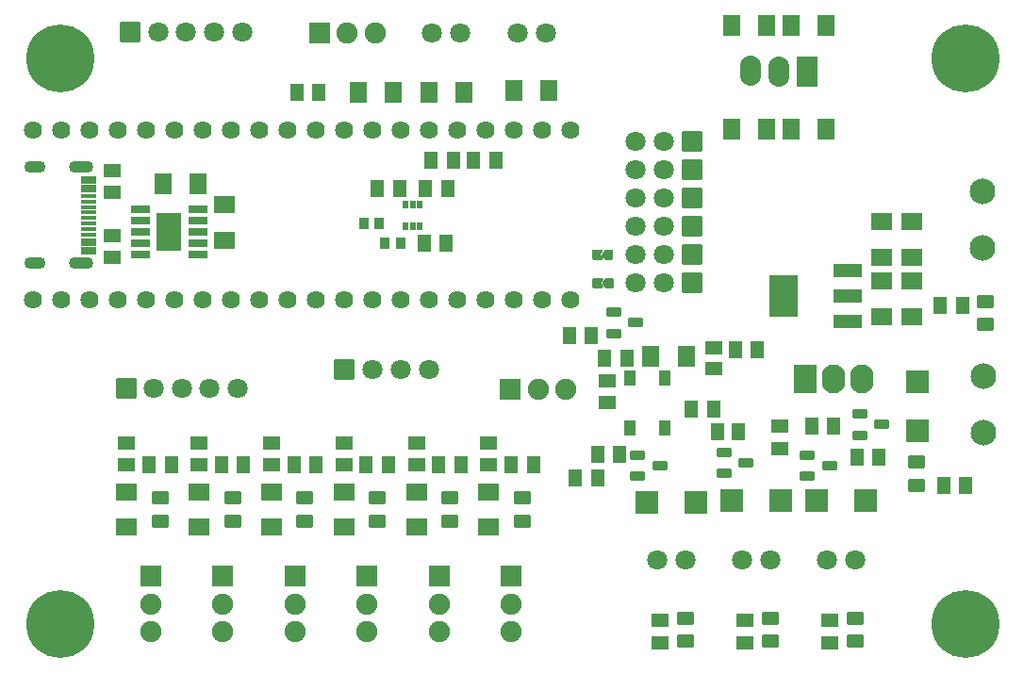
<source format=gts>
G04 Layer: TopSolderMaskLayer*
G04 EasyEDA Pro v2.2.34.8, 2025-01-04 05:44:47*
G04 Gerber Generator version 0.3*
G04 Scale: 100 percent, Rotated: No, Reflected: No*
G04 Dimensions in millimeters*
G04 Leading zeros omitted, absolute positions, 4 integers and 5 decimals*
%FSLAX45Y45*%
%MOMM*%
%AMRoundRect*1,1,$1,$2,$3*1,1,$1,$4,$5*1,1,$1,0-$2,0-$3*1,1,$1,0-$4,0-$5*20,1,$1,$2,$3,$4,$5,0*20,1,$1,$4,$5,0-$2,0-$3,0*20,1,$1,0-$2,0-$3,0-$4,0-$5,0*20,1,$1,0-$4,0-$5,$2,$3,0*4,1,4,$2,$3,$4,$5,0-$2,0-$3,0-$4,0-$5,$2,$3,0*%
%ADD10C,6.10159*%
%ADD11RoundRect,0.09549X-0.74556X0.86705X0.74556X0.86705*%
%ADD12RoundRect,0.09549X0.86705X0.74556X0.86705X-0.74556*%
%ADD13RoundRect,0.09387X-0.69237X-0.57013X-0.69237X0.57013*%
%ADD14RoundRect,0.09387X0.69237X0.57013X0.69237X-0.57013*%
%ADD15RoundRect,0.08838X0.82681X0.28681X0.82681X-0.28681*%
%ADD16RoundRect,0.1038X1.05226X1.65225X1.05226X-1.65225*%
%ADD17RoundRect,0.09749X1.05226X1.65225X1.05226X-1.65225*%
%ADD18RoundRect,0.08752X0.62625X0.30625X0.62625X-0.30625*%
%ADD19RoundRect,0.08002X0.63001X0.16X0.63001X-0.16*%
%ADD20O,2.20002X1.10002*%
%ADD21O,1.90002X1.10002*%
%ADD22C,2.302*%
%ADD23RoundRect,0.09654X-0.85273X0.85273X0.85273X0.85273*%
%ADD24C,1.802*%
%ADD25RoundRect,0.09164X-0.40518X0.45518X0.40518X0.45518*%
%ADD26RoundRect,0.09164X0.40518X-0.45518X-0.40518X-0.45518*%
%ADD27RoundRect,0.09387X-0.57013X0.69237X0.57013X0.69237*%
%ADD28RoundRect,0.09387X0.57013X-0.69237X-0.57013X-0.69237*%
%ADD29RoundRect,0.08533X-0.21833X0.30834X0.21833X0.30834*%
%ADD30RoundRect,0.08533X0.21833X-0.30834X-0.21833X-0.30834*%
%ADD31RoundRect,0.09654X0.85273X-0.85273X-0.85273X-0.85273*%
%ADD32RoundRect,0.09336X-0.70409X-0.50432X-0.70409X0.50432*%
%ADD33RoundRect,0.09549X0.74556X-0.86705X-0.74556X-0.86705*%
%ADD34O,1.902X2.702*%
%ADD35RoundRect,0.09681X0.90259X-1.30259X-0.90259X-1.30259*%
%ADD36O,2.102X2.602*%
%ADD37RoundRect,0.09728X-1.00236X1.25236X1.00236X1.25236*%
%ADD38RoundRect,0.09336X0.70409X0.50432X0.70409X-0.50432*%
%ADD39RoundRect,0.09549X-0.86705X-0.74556X-0.86705X0.74556*%
%ADD40RoundRect,0.0937X-1.23665X0.52915X1.23665X0.52915*%
%ADD41RoundRect,0.0981X-1.23445X1.77195X1.23445X1.77195*%
%ADD42C,1.9016*%
%ADD43RoundRect,0.09645X0.90257X-0.90257X-0.90257X-0.90257*%
%ADD44RoundRect,0.09728X-1.00236X1.00236X1.00236X1.00236*%
%ADD45RoundRect,0.09049X0.63076X-0.35575X-0.63076X-0.35575*%
%ADD46C,1.626*%
%ADD47RoundRect,0.09728X1.00236X1.00236X1.00236X-1.00236*%
%ADD48RoundRect,0.09093X0.45455X0.65455X0.45455X-0.65455*%
%ADD49RoundRect,0.09017X0.63072X-0.35571X-0.63072X-0.35571*%
%ADD50RoundRect,0.09645X-0.90257X-0.90257X-0.90257X0.90257*%
G75*


G04 Pad Start*
G54D10*
G01X8636000Y-508008D03*
G01X8636000Y-5588008D03*
G01X508000Y-5588008D03*
G01X508000Y-508008D03*
G54D11*
G01X1746758Y-1638300D03*
G01X1428242Y-1638300D03*
G54D12*
G01X1981200Y-2140458D03*
G01X1981200Y-1821942D03*
G54D13*
G01X977900Y-2097100D03*
G01X977900Y-2297100D03*
G54D14*
G01X977900Y-1712900D03*
G01X977900Y-1512900D03*
G54D15*
G01X1228903Y-1866298D03*
G01X1228903Y-1966298D03*
G01X1228903Y-2066298D03*
G01X1228903Y-2166295D03*
G01X1228903Y-2266295D03*
G01X1742897Y-2266295D03*
G01X1742897Y-2166295D03*
G01X1742897Y-2066298D03*
G01X1742897Y-1966298D03*
G01X1742897Y-1866298D03*
G54D17*
G01X1485900Y-2066298D03*
G54D18*
G01X760702Y-2237687D03*
G01X760702Y-2157702D03*
G54D19*
G01X760702Y-2092703D03*
G01X760702Y-2042691D03*
G01X760702Y-1992704D03*
G01X760702Y-1942691D03*
G01X760702Y-1892704D03*
G01X760702Y-1842691D03*
G01X760702Y-1792704D03*
G01X760702Y-1742691D03*
G54D18*
G01X760702Y-1677693D03*
G01X760702Y-1597708D03*
G54D20*
G01X698701Y-1485694D03*
G54D21*
G01X280693Y-1485694D03*
G01X280693Y-2349701D03*
G54D20*
G01X698701Y-2349701D03*
G54D22*
G01X8788400Y-1701884D03*
G01X8788400Y-2209884D03*
G01X8801100Y-3365584D03*
G01X8801100Y-3873584D03*
G54D23*
G01X3060700Y-3302008D03*
G54D24*
G01X3314700Y-3301982D03*
G01X3568700Y-3301982D03*
G01X3822700Y-3301982D03*
G54D25*
G01X3372002Y-1993908D03*
G01X3231998Y-1993908D03*
G54D26*
G01X3422498Y-2171692D03*
G01X3562502Y-2171692D03*
G54D27*
G01X3973500Y-2171700D03*
G01X3773500Y-2171700D03*
G54D28*
G01X3356938Y-1676413D03*
G01X3556937Y-1676413D03*
G54D27*
G01X3988737Y-1676413D03*
G01X3788738Y-1676413D03*
G54D29*
G01X3607841Y-2012704D03*
G01X3672840Y-2012704D03*
G01X3737839Y-2012704D03*
G54D30*
G01X3737839Y-1822712D03*
G01X3672840Y-1822712D03*
G01X3607841Y-1822712D03*
G54D31*
G01X6184900Y-1257308D03*
G54D24*
G01X5930900Y-1257308D03*
G01X5676900Y-1257308D03*
G54D31*
G01X6184900Y-2019308D03*
G54D24*
G01X5930900Y-2019308D03*
G01X5676900Y-2019308D03*
G54D31*
G01X6184900Y-1511308D03*
G54D24*
G01X5930900Y-1511308D03*
G01X5676900Y-1511308D03*
G54D31*
G01X6184900Y-1765308D03*
G54D24*
G01X5930900Y-1765308D03*
G01X5676900Y-1765308D03*
G54D32*
G01X7645408Y-5533771D03*
G01X7645408Y-5743829D03*
G54D13*
G01X7416800Y-5554701D03*
G01X7416800Y-5754700D03*
G54D11*
G01X6851849Y-1143283D03*
G01X6533333Y-1143283D03*
G54D33*
G01X7066733Y-216183D03*
G01X7385249Y-216183D03*
G54D11*
G01X7385249Y-1143283D03*
G01X7066733Y-1143283D03*
G01X6851854Y-216183D03*
G01X6533338Y-216183D03*
G54D34*
G01X6959309Y-623091D03*
G01X6705284Y-622101D03*
G54D35*
G01X7213309Y-623091D03*
G54D36*
G01X7454892Y-3390900D03*
G01X7708892Y-3390900D03*
G54D37*
G01X7200892Y-3390900D03*
G54D11*
G01X4134358Y-812800D03*
G01X3815842Y-812800D03*
G54D28*
G01X3837000Y-1422400D03*
G01X4037000Y-1422400D03*
G54D24*
G01X3848100Y-279408D03*
G01X4102100Y-279408D03*
G54D38*
G01X8813792Y-2899029D03*
G01X8813792Y-2688971D03*
G54D12*
G01X8153400Y-2292858D03*
G01X8153400Y-1974342D03*
G54D39*
G01X8153400Y-2507742D03*
G01X8153400Y-2826258D03*
G54D12*
G01X7886700Y-2292858D03*
G01X7886700Y-1974342D03*
G54D39*
G01X7886700Y-2507742D03*
G01X7886700Y-2826258D03*
G54D28*
G01X8409000Y-2730500D03*
G01X8609000Y-2730500D03*
G54D40*
G01X7575550Y-2871605D03*
G01X7575550Y-2641608D03*
G01X7575550Y-2411611D03*
G54D41*
G01X7004050Y-2641608D03*
G54D39*
G01X3704500Y-4400542D03*
G01X3704500Y-4719058D03*
G01X1104900Y-4400042D03*
G01X1104900Y-4718558D03*
G01X1754500Y-4400542D03*
G01X1754500Y-4719058D03*
G01X2404500Y-4400542D03*
G01X2404500Y-4719058D03*
G01X3054500Y-4400542D03*
G01X3054500Y-4719058D03*
G01X4356100Y-4400542D03*
G01X4356100Y-4719058D03*
G54D38*
G01X4004492Y-4664829D03*
G01X4004492Y-4454771D03*
G01X1404492Y-4664829D03*
G01X1404492Y-4454771D03*
G01X2054492Y-4664829D03*
G01X2054492Y-4454771D03*
G01X2704492Y-4664829D03*
G01X2704492Y-4454771D03*
G01X3354492Y-4664829D03*
G01X3354492Y-4454771D03*
G01X4654492Y-4664829D03*
G01X4654492Y-4454771D03*
G54D13*
G01X3704500Y-3959800D03*
G01X3704500Y-4159800D03*
G01X1104500Y-3959800D03*
G01X1104500Y-4159800D03*
G01X1754500Y-3959800D03*
G01X1754500Y-4159800D03*
G01X2404500Y-3959800D03*
G01X2404500Y-4159800D03*
G01X3054500Y-3959800D03*
G01X3054500Y-4159800D03*
G01X4354500Y-3959800D03*
G01X4354500Y-4159800D03*
G54D42*
G01X3336100Y-279400D03*
G01X3086113Y-279400D03*
G54D43*
G01X2836101Y-279400D03*
G54D33*
G01X3179826Y-812800D03*
G01X3498342Y-812800D03*
G54D27*
G01X2832100Y-811200D03*
G01X2632100Y-811200D03*
G54D42*
G01X5050600Y-3479800D03*
G01X4800613Y-3479800D03*
G54D43*
G01X4550601Y-3479800D03*
G54D11*
G01X4897584Y-792409D03*
G01X4579068Y-792409D03*
G54D27*
G01X4418000Y-1422400D03*
G01X4218000Y-1422400D03*
G54D24*
G01X4611326Y-279408D03*
G01X4865326Y-279408D03*
G54D44*
G01X7298398Y-4483100D03*
G01X7738402Y-4483100D03*
G54D24*
G01X6883400Y-5016492D03*
G01X6629400Y-5016492D03*
G01X6121400Y-5016492D03*
G01X5867400Y-5016492D03*
G54D32*
G01X6883408Y-5533771D03*
G01X6883408Y-5743829D03*
G01X6121408Y-5533771D03*
G01X6121408Y-5743829D03*
G54D45*
G01X7215200Y-4070596D03*
G01X7215200Y-4260588D03*
G01X7415200Y-4165592D03*
G54D13*
G01X6654800Y-5554701D03*
G01X6654800Y-5754700D03*
G01X5892800Y-5554701D03*
G01X5892800Y-5754700D03*
G54D44*
G01X6536398Y-4483100D03*
G01X6976402Y-4483100D03*
G01X5774398Y-4495800D03*
G01X6214402Y-4495800D03*
G54D24*
G01X7645400Y-5016492D03*
G01X7391400Y-5016492D03*
G54D45*
G01X6465900Y-4045196D03*
G01X6465900Y-4235188D03*
G01X6665900Y-4140192D03*
G01X5691200Y-4070596D03*
G01X5691200Y-4260588D03*
G01X5891200Y-4165592D03*
G54D46*
G01X5092700Y-2679708D03*
G01X4838700Y-2679708D03*
G01X4584700Y-2679708D03*
G01X4330700Y-2679708D03*
G01X4076700Y-2679708D03*
G01X3822700Y-2679708D03*
G01X3568700Y-2679708D03*
G01X3314700Y-2679708D03*
G01X3060700Y-2679708D03*
G01X2806700Y-2679708D03*
G01X2552700Y-2679708D03*
G01X2298700Y-2679708D03*
G01X2044700Y-2679708D03*
G01X1790700Y-2679708D03*
G01X1536700Y-2679708D03*
G01X1282700Y-2679708D03*
G01X1028700Y-2679708D03*
G01X774700Y-2679708D03*
G01X520700Y-2679708D03*
G01X266700Y-2679708D03*
G01X266700Y-1155708D03*
G01X520700Y-1155708D03*
G01X774700Y-1155708D03*
G01X1028700Y-1155708D03*
G01X1282700Y-1155708D03*
G01X1536700Y-1155708D03*
G01X1790700Y-1155708D03*
G01X2044700Y-1155708D03*
G01X2298700Y-1155708D03*
G01X2552700Y-1155708D03*
G01X2806700Y-1155708D03*
G01X3060700Y-1155708D03*
G01X3314700Y-1155708D03*
G01X3568700Y-1155708D03*
G01X3822700Y-1155708D03*
G01X4076700Y-1155708D03*
G01X4330700Y-1155708D03*
G01X4584700Y-1155708D03*
G01X4838700Y-1155708D03*
G01X5092700Y-1155708D03*
G54D47*
G01X8204200Y-3412193D03*
G01X8204200Y-3852197D03*
G54D32*
G01X8194929Y-4133334D03*
G01X8194929Y-4343392D03*
G54D45*
G01X7685100Y-3702296D03*
G01X7685100Y-3892288D03*
G01X7885100Y-3797292D03*
G54D14*
G01X6375400Y-3297022D03*
G01X6375400Y-3103778D03*
G54D27*
G01X6599022Y-3860800D03*
G01X6405778Y-3860800D03*
G01X6373800Y-3657600D03*
G01X6173800Y-3657600D03*
G01X5525800Y-4066682D03*
G01X5332557Y-4066682D03*
G01X5332400Y-4279900D03*
G01X5132400Y-4279900D03*
G54D28*
G01X8437601Y-4343400D03*
G01X8637600Y-4343400D03*
G01X7659700Y-4089400D03*
G01X7859700Y-4089400D03*
G54D27*
G01X7449922Y-3810000D03*
G01X7256678Y-3810000D03*
G54D14*
G01X6970700Y-4010000D03*
G01X6970700Y-3810000D03*
G54D28*
G01X6567500Y-3124200D03*
G01X6767500Y-3124200D03*
G54D33*
G01X5810758Y-3187700D03*
G01X6129274Y-3187700D03*
G54D48*
G01X5938507Y-3831791D03*
G01X5618493Y-3831791D03*
G01X5618493Y-3381804D03*
G01X5938507Y-3381804D03*
G54D49*
G01X5475300Y-2787904D03*
G01X5475300Y-2977896D03*
G01X5675300Y-2882900D03*
G54D28*
G01X3904500Y-4159800D03*
G01X4104500Y-4159800D03*
G01X1304500Y-4159800D03*
G01X1504500Y-4159800D03*
G01X1954500Y-4159800D03*
G01X2154500Y-4159800D03*
G01X2604500Y-4159800D03*
G01X2804500Y-4159800D03*
G01X3254500Y-4159800D03*
G01X3454500Y-4159800D03*
G01X4554500Y-4159800D03*
G01X4754500Y-4159800D03*
G01X5077772Y-2998902D03*
G01X5277772Y-2998902D03*
G54D27*
G01X5597500Y-3202000D03*
G01X5397500Y-3202000D03*
G54D14*
G01X5417480Y-3601143D03*
G01X5417480Y-3401144D03*
G36*
G01X5362650Y-2272974D02*
G01X5381705Y-2302519D01*
G02X5373167Y-2318186I-8538J-5507D01*
G01X5290617Y-2318186D01*
G02X5280457Y-2308026I0J10160D01*
G01X5280457Y-2237922D01*
G02X5290617Y-2227762I10160J0D01*
G01X5373167Y-2227762D01*
G02X5381705Y-2243428I0J-10160D01*
G01X5362650Y-2272974D01*
G37*
G36*
G01X5473497Y-2237922D02*
G01X5473497Y-2308026D01*
G02X5463337Y-2318186I-10160J0D01*
G01X5403393Y-2318186D01*
G02X5394854Y-2313532I0J10160D01*
G01X5372248Y-2278480D01*
G02X5372248Y-2267467I8538J5507D01*
G01X5394854Y-2232415D01*
G02X5403393Y-2227762I8538J-5507D01*
G01X5463337Y-2227762D01*
G02X5473497Y-2237922I0J-10160D01*
G37*
G36*
G01X5364124Y-2527300D02*
G01X5383178Y-2556845D01*
G02X5374640Y-2572512I-8538J-5507D01*
G01X5292090Y-2572512D01*
G02X5281930Y-2562352I0J10160D01*
G01X5281930Y-2492248D01*
G02X5292090Y-2482088I10160J0D01*
G01X5374640Y-2482088D01*
G02X5383178Y-2497755I0J-10160D01*
G01X5364124Y-2527300D01*
G37*
G36*
G01X5474970Y-2492248D02*
G01X5474970Y-2562352D01*
G02X5464810Y-2572512I-10160J0D01*
G01X5404866Y-2572512D01*
G02X5396328Y-2567859I0J10160D01*
G01X5373722Y-2532807D01*
G02X5373722Y-2521793I8538J5507D01*
G01X5396328Y-2486741D01*
G02X5404866Y-2482088I8538J-5507D01*
G01X5464810Y-2482088D01*
G02X5474970Y-2492248I0J-10160D01*
G37*
G54D31*
G01X6184900Y-2273308D03*
G54D24*
G01X5930900Y-2273308D03*
G01X5676900Y-2273308D03*
G54D31*
G01X6184900Y-2527308D03*
G54D24*
G01X5930900Y-2527308D03*
G01X5676900Y-2527308D03*
G54D42*
G01X1320800Y-5660199D03*
G01X1320800Y-5410213D03*
G54D50*
G01X1320800Y-5160200D03*
G54D42*
G01X1968500Y-5660199D03*
G01X1968500Y-5410213D03*
G54D50*
G01X1968500Y-5160200D03*
G54D42*
G01X2616200Y-5660199D03*
G01X2616200Y-5410213D03*
G54D50*
G01X2616200Y-5160200D03*
G54D42*
G01X3263900Y-5660199D03*
G01X3263900Y-5410213D03*
G54D50*
G01X3263900Y-5160200D03*
G54D42*
G01X3911600Y-5660199D03*
G01X3911600Y-5410213D03*
G54D50*
G01X3911600Y-5160200D03*
G54D42*
G01X4559300Y-5660199D03*
G01X4559300Y-5410213D03*
G54D50*
G01X4559300Y-5160200D03*
G54D24*
G01X2138299Y-275653D03*
G01X1888287Y-275653D03*
G01X1638300Y-275653D03*
G01X1388288Y-275653D03*
G54D31*
G01X1138301Y-275653D03*
G54D24*
G01X2100199Y-3476053D03*
G01X1850187Y-3476053D03*
G01X1600200Y-3476053D03*
G01X1350188Y-3476053D03*
G54D31*
G01X1100201Y-3476053D03*
G04 Pad End*

M02*


</source>
